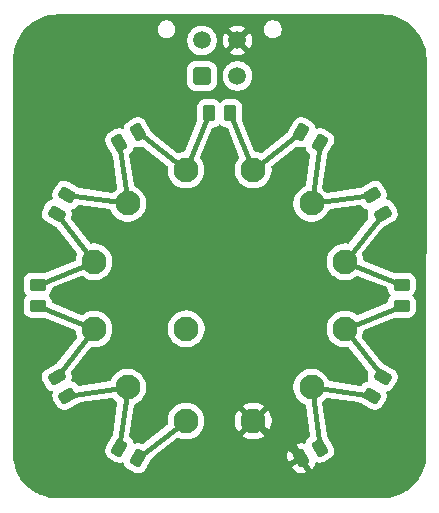
<source format=gbr>
%TF.GenerationSoftware,KiCad,Pcbnew,9.0.4*%
%TF.CreationDate,2026-01-27T14:42:30+00:00*%
%TF.ProjectId,rotary-switch,726f7461-7279-42d7-9377-697463682e6b,rev?*%
%TF.SameCoordinates,Original*%
%TF.FileFunction,Copper,L1,Top*%
%TF.FilePolarity,Positive*%
%FSLAX46Y46*%
G04 Gerber Fmt 4.6, Leading zero omitted, Abs format (unit mm)*
G04 Created by KiCad (PCBNEW 9.0.4) date 2026-01-27 14:42:30*
%MOMM*%
%LPD*%
G01*
G04 APERTURE LIST*
G04 Aperture macros list*
%AMRoundRect*
0 Rectangle with rounded corners*
0 $1 Rounding radius*
0 $2 $3 $4 $5 $6 $7 $8 $9 X,Y pos of 4 corners*
0 Add a 4 corners polygon primitive as box body*
4,1,4,$2,$3,$4,$5,$6,$7,$8,$9,$2,$3,0*
0 Add four circle primitives for the rounded corners*
1,1,$1+$1,$2,$3*
1,1,$1+$1,$4,$5*
1,1,$1+$1,$6,$7*
1,1,$1+$1,$8,$9*
0 Add four rect primitives between the rounded corners*
20,1,$1+$1,$2,$3,$4,$5,0*
20,1,$1+$1,$4,$5,$6,$7,0*
20,1,$1+$1,$6,$7,$8,$9,0*
20,1,$1+$1,$8,$9,$2,$3,0*%
G04 Aperture macros list end*
%TA.AperFunction,ComponentPad*%
%ADD10C,5.600000*%
%TD*%
%TA.AperFunction,SMDPad,CuDef*%
%ADD11RoundRect,0.250000X0.450000X-0.262500X0.450000X0.262500X-0.450000X0.262500X-0.450000X-0.262500X0*%
%TD*%
%TA.AperFunction,SMDPad,CuDef*%
%ADD12RoundRect,0.250000X0.002332X0.520961X-0.452332X0.258461X-0.002332X-0.520961X0.452332X-0.258461X0*%
%TD*%
%TA.AperFunction,ComponentPad*%
%ADD13C,2.100000*%
%TD*%
%TA.AperFunction,SMDPad,CuDef*%
%ADD14RoundRect,0.250000X-0.520961X0.002332X-0.258461X-0.452332X0.520961X-0.002332X0.258461X0.452332X0*%
%TD*%
%TA.AperFunction,SMDPad,CuDef*%
%ADD15RoundRect,0.250000X0.520961X-0.002332X0.258461X0.452332X-0.520961X0.002332X-0.258461X-0.452332X0*%
%TD*%
%TA.AperFunction,SMDPad,CuDef*%
%ADD16RoundRect,0.250000X-0.258461X0.452332X-0.520961X-0.002332X0.258461X-0.452332X0.520961X0.002332X0*%
%TD*%
%TA.AperFunction,SMDPad,CuDef*%
%ADD17RoundRect,0.250000X0.258461X-0.452332X0.520961X0.002332X-0.258461X0.452332X-0.520961X-0.002332X0*%
%TD*%
%TA.AperFunction,SMDPad,CuDef*%
%ADD18RoundRect,0.250000X-0.262500X-0.450000X0.262500X-0.450000X0.262500X0.450000X-0.262500X0.450000X0*%
%TD*%
%TA.AperFunction,SMDPad,CuDef*%
%ADD19RoundRect,0.250000X0.452332X0.258461X-0.002332X0.520961X-0.452332X-0.258461X0.002332X-0.520961X0*%
%TD*%
%TA.AperFunction,SMDPad,CuDef*%
%ADD20RoundRect,0.250000X-0.452332X-0.258461X0.002332X-0.520961X0.452332X0.258461X-0.002332X0.520961X0*%
%TD*%
%TA.AperFunction,SMDPad,CuDef*%
%ADD21RoundRect,0.250000X-0.450000X0.262500X-0.450000X-0.262500X0.450000X-0.262500X0.450000X0.262500X0*%
%TD*%
%TA.AperFunction,SMDPad,CuDef*%
%ADD22RoundRect,0.250000X-0.002332X-0.520961X0.452332X-0.258461X0.002332X0.520961X-0.452332X0.258461X0*%
%TD*%
%TA.AperFunction,ComponentPad*%
%ADD23RoundRect,0.250001X-0.499999X-0.499999X0.499999X-0.499999X0.499999X0.499999X-0.499999X0.499999X0*%
%TD*%
%TA.AperFunction,ComponentPad*%
%ADD24C,1.500000*%
%TD*%
%TA.AperFunction,Conductor*%
%ADD25C,0.400000*%
%TD*%
G04 APERTURE END LIST*
D10*
%TO.P,H2,1,1*%
%TO.N,GND*%
X124917220Y-37257780D03*
%TD*%
D11*
%TO.P,R3,1*%
%TO.N,Net-(R2-Pad2)*%
X95787999Y-58162494D03*
%TO.P,R3,2*%
%TO.N,Net-(R3-Pad2)*%
X95787997Y-56337494D03*
%TD*%
D12*
%TO.P,R11,1*%
%TO.N,Net-(R10-Pad2)*%
X119687246Y-70135737D03*
%TO.P,R11,2*%
%TO.N,GND*%
X118106750Y-71048239D03*
%TD*%
D13*
%TO.P,SW1,1,1*%
%TO.N,+3V3*%
X108347000Y-67875000D03*
%TO.P,SW1,2,2*%
%TO.N,Net-(R1-Pad2)*%
X103416000Y-65028000D03*
%TO.P,SW1,3,3*%
%TO.N,Net-(R2-Pad2)*%
X100569000Y-60097000D03*
%TO.P,SW1,4,4*%
%TO.N,Net-(R3-Pad2)*%
X100569000Y-54403000D03*
%TO.P,SW1,5,5*%
%TO.N,Net-(R4-Pad2)*%
X103416000Y-49472000D03*
%TO.P,SW1,6,6*%
%TO.N,Net-(R5-Pad2)*%
X108347000Y-46625000D03*
%TO.P,SW1,7,7*%
%TO.N,Net-(R6-Pad2)*%
X114041000Y-46625000D03*
%TO.P,SW1,8,8*%
%TO.N,Net-(R7-Pad2)*%
X118972000Y-49472000D03*
%TO.P,SW1,9,9*%
%TO.N,Net-(R8-Pad2)*%
X121819000Y-54403000D03*
%TO.P,SW1,10,10*%
%TO.N,Net-(R10-Pad1)*%
X121819000Y-60097000D03*
%TO.P,SW1,11,11*%
%TO.N,Net-(R10-Pad2)*%
X118972000Y-65028000D03*
%TO.P,SW1,12,12*%
%TO.N,GND*%
X114041000Y-67875000D03*
%TO.P,SW1,13,13*%
%TO.N,/Output*%
X108366000Y-60078000D03*
%TD*%
D14*
%TO.P,R8,1*%
%TO.N,Net-(R7-Pad2)*%
X124079735Y-48756754D03*
%TO.P,R8,2*%
%TO.N,Net-(R8-Pad2)*%
X124992241Y-50337248D03*
%TD*%
D10*
%TO.P,H4,1,1*%
%TO.N,GND*%
X124892220Y-70632780D03*
%TD*%
%TO.P,H1,1,1*%
%TO.N,GND*%
X97517220Y-37257780D03*
%TD*%
D15*
%TO.P,R2,1*%
%TO.N,Net-(R1-Pad2)*%
X98308260Y-65743249D03*
%TO.P,R2,2*%
%TO.N,Net-(R2-Pad2)*%
X97395760Y-64162755D03*
%TD*%
D10*
%TO.P,H3,1,1*%
%TO.N,GND*%
X97517220Y-70632780D03*
%TD*%
D16*
%TO.P,R10,1*%
%TO.N,Net-(R10-Pad1)*%
X124992235Y-64162756D03*
%TO.P,R10,2*%
%TO.N,Net-(R10-Pad2)*%
X124079737Y-65743248D03*
%TD*%
D17*
%TO.P,R4,1*%
%TO.N,Net-(R3-Pad2)*%
X97395765Y-50337239D03*
%TO.P,R4,2*%
%TO.N,Net-(R4-Pad2)*%
X98308263Y-48756747D03*
%TD*%
D18*
%TO.P,R6,1*%
%TO.N,Net-(R5-Pad2)*%
X110281505Y-41843999D03*
%TO.P,R6,2*%
%TO.N,Net-(R6-Pad2)*%
X112106507Y-41843999D03*
%TD*%
D19*
%TO.P,R1,1*%
%TO.N,+3V3*%
X104281248Y-71048236D03*
%TO.P,R1,2*%
%TO.N,Net-(R1-Pad2)*%
X102700752Y-70135738D03*
%TD*%
D20*
%TO.P,R7,1*%
%TO.N,Net-(R6-Pad2)*%
X118106749Y-43451765D03*
%TO.P,R7,2*%
%TO.N,Net-(R7-Pad2)*%
X119687251Y-44364261D03*
%TD*%
D21*
%TO.P,R9,1*%
%TO.N,Net-(R8-Pad2)*%
X126599998Y-56337506D03*
%TO.P,R9,2*%
%TO.N,Net-(R10-Pad1)*%
X126600002Y-58162494D03*
%TD*%
D22*
%TO.P,R5,1*%
%TO.N,Net-(R4-Pad2)*%
X102700758Y-44364258D03*
%TO.P,R5,2*%
%TO.N,Net-(R5-Pad2)*%
X104281252Y-43451758D03*
%TD*%
D23*
%TO.P,J1,1,Pin_1*%
%TO.N,+GLV*%
X109693997Y-38670000D03*
D24*
%TO.P,J1,2,Pin_2*%
%TO.N,/Output*%
X112694003Y-38670010D03*
%TO.P,J1,3,Pin_3*%
%TO.N,unconnected-(J1-Pin_3-Pad3)*%
X109694007Y-35669994D03*
%TO.P,J1,4,Pin_4*%
%TO.N,GND*%
X112694001Y-35670002D03*
%TD*%
D25*
%TO.N,+GLV*%
X109693997Y-38670000D02*
X109510014Y-38670000D01*
%TO.N,GND*%
X114067124Y-67863382D02*
X118132876Y-71036618D01*
%TO.N,/Output*%
X112701524Y-38662489D02*
X112694003Y-38670010D01*
%TO.N,Net-(R1-Pad2)*%
X98308261Y-65743249D02*
X103416000Y-65028000D01*
X103416000Y-65028000D02*
X102700752Y-70135738D01*
%TO.N,Net-(R2-Pad2)*%
X95787999Y-58162494D02*
X100569000Y-60097000D01*
X97395759Y-64162755D02*
X100569000Y-60097000D01*
%TO.N,Net-(R3-Pad2)*%
X95787997Y-56337494D02*
X100569000Y-54403000D01*
X97395765Y-50337240D02*
X100569000Y-54403000D01*
%TO.N,Net-(R4-Pad2)*%
X102700758Y-44364258D02*
X103416000Y-49472000D01*
X98308263Y-48756746D02*
X103416000Y-49472000D01*
%TO.N,Net-(R5-Pad2)*%
X104281252Y-43451758D02*
X108347000Y-46625000D01*
X108347000Y-46625000D02*
X110281505Y-41843999D01*
%TO.N,Net-(R6-Pad2)*%
X112106507Y-41843999D02*
X114041000Y-46625000D01*
X118106750Y-43451765D02*
X114041000Y-46625000D01*
%TO.N,Net-(R7-Pad2)*%
X119687250Y-44364261D02*
X118972000Y-49472000D01*
X124079735Y-48756754D02*
X118972000Y-49472000D01*
%TO.N,Net-(R8-Pad2)*%
X126599998Y-56337506D02*
X121819000Y-54403000D01*
X124992241Y-50337248D02*
X121819000Y-54403000D01*
%TO.N,Net-(R10-Pad1)*%
X124992235Y-64162755D02*
X121819000Y-60097000D01*
X126600002Y-58162494D02*
X121819000Y-60097000D01*
%TO.N,Net-(R10-Pad2)*%
X119687246Y-70135737D02*
X118972000Y-65028000D01*
X124079737Y-65743249D02*
X118972000Y-65028000D01*
%TO.N,+3V3*%
X103999998Y-71329486D02*
X104281248Y-71048236D01*
X104357022Y-71124010D02*
X104281248Y-71048236D01*
X108347000Y-67875000D02*
X104281248Y-71048236D01*
%TD*%
%TA.AperFunction,Conductor*%
%TO.N,GND*%
G36*
X124920250Y-33458428D02*
G01*
X125283552Y-33476278D01*
X125295660Y-33477471D01*
X125652436Y-33530395D01*
X125664372Y-33532769D01*
X126014264Y-33620413D01*
X126025877Y-33623937D01*
X126365495Y-33745455D01*
X126376723Y-33750107D01*
X126702784Y-33904324D01*
X126713513Y-33910058D01*
X126957095Y-34056056D01*
X127022874Y-34095482D01*
X127032992Y-34102242D01*
X127322703Y-34317107D01*
X127332109Y-34324827D01*
X127599359Y-34567049D01*
X127607950Y-34575640D01*
X127698937Y-34676028D01*
X127850172Y-34842890D01*
X127857892Y-34852296D01*
X128072757Y-35142007D01*
X128079517Y-35152125D01*
X128264939Y-35461483D01*
X128270675Y-35472215D01*
X128424892Y-35798276D01*
X128429547Y-35809514D01*
X128506133Y-36023555D01*
X128551057Y-36149106D01*
X128554590Y-36160751D01*
X128642230Y-36510628D01*
X128644604Y-36522563D01*
X128697528Y-36879339D01*
X128698721Y-36891449D01*
X128716569Y-37254716D01*
X128716718Y-37260859D01*
X128701193Y-70568129D01*
X128701189Y-70576218D01*
X128701161Y-70576326D01*
X128701161Y-70639114D01*
X128701161Y-70639210D01*
X128701159Y-70639215D01*
X128701012Y-70645239D01*
X128683162Y-71008548D01*
X128681969Y-71020658D01*
X128629044Y-71377432D01*
X128626670Y-71389367D01*
X128539030Y-71739241D01*
X128535497Y-71750886D01*
X128413988Y-72090475D01*
X128409331Y-72101718D01*
X128255118Y-72427768D01*
X128249382Y-72438499D01*
X128063953Y-72747864D01*
X128057192Y-72757982D01*
X127842337Y-73047677D01*
X127834617Y-73057084D01*
X127592397Y-73324329D01*
X127583800Y-73332926D01*
X127325141Y-73567359D01*
X127316544Y-73575151D01*
X127307137Y-73582870D01*
X127017440Y-73797720D01*
X127007322Y-73804481D01*
X126697950Y-73989908D01*
X126687218Y-73995644D01*
X126361170Y-74149850D01*
X126349927Y-74154507D01*
X126010327Y-74276015D01*
X125998683Y-74279547D01*
X125648817Y-74367181D01*
X125636881Y-74369555D01*
X125280108Y-74422474D01*
X125267998Y-74423667D01*
X124903483Y-74441571D01*
X124897402Y-74441720D01*
X124865824Y-74441720D01*
X124835773Y-74441720D01*
X124835769Y-74441720D01*
X124828165Y-74441721D01*
X124828164Y-74441720D01*
X124828163Y-74441721D01*
X97485833Y-74441721D01*
X97479748Y-74441572D01*
X97116448Y-74423722D01*
X97104338Y-74422529D01*
X96747563Y-74369605D01*
X96735628Y-74367231D01*
X96385750Y-74279591D01*
X96374108Y-74276059D01*
X96034515Y-74154548D01*
X96023280Y-74149895D01*
X95860245Y-74072785D01*
X95697214Y-73995677D01*
X95686482Y-73989940D01*
X95377124Y-73804518D01*
X95367006Y-73797758D01*
X95077296Y-73582893D01*
X95067890Y-73575173D01*
X95025264Y-73536539D01*
X94800638Y-73332950D01*
X94792049Y-73324361D01*
X94549826Y-73057109D01*
X94542106Y-73047703D01*
X94327241Y-72757993D01*
X94320481Y-72747875D01*
X94320474Y-72747864D01*
X94135057Y-72438514D01*
X94129322Y-72427785D01*
X94129314Y-72427768D01*
X93975099Y-72101709D01*
X93970454Y-72090495D01*
X93848936Y-71750878D01*
X93845412Y-71739265D01*
X93757767Y-71389367D01*
X93755394Y-71377436D01*
X93717461Y-71121719D01*
X93702470Y-71020658D01*
X93701277Y-71008551D01*
X93698826Y-70958657D01*
X93683430Y-70645318D01*
X93683282Y-70639114D01*
X93683422Y-70503709D01*
X93698359Y-56024977D01*
X94587497Y-56024977D01*
X94587497Y-56649995D01*
X94587498Y-56650013D01*
X94597997Y-56752790D01*
X94597998Y-56752793D01*
X94653182Y-56919325D01*
X94653184Y-56919330D01*
X94745286Y-57068651D01*
X94838949Y-57162314D01*
X94872434Y-57223637D01*
X94867450Y-57293329D01*
X94838949Y-57337676D01*
X94745288Y-57431336D01*
X94653186Y-57580657D01*
X94653185Y-57580660D01*
X94598000Y-57747197D01*
X94598000Y-57747198D01*
X94597999Y-57747198D01*
X94587499Y-57849977D01*
X94587499Y-58474995D01*
X94587500Y-58475013D01*
X94597999Y-58577790D01*
X94598000Y-58577793D01*
X94653184Y-58744325D01*
X94653185Y-58744328D01*
X94745287Y-58893650D01*
X94869343Y-59017706D01*
X95018665Y-59109808D01*
X95185202Y-59164993D01*
X95287990Y-59175494D01*
X96288007Y-59175493D01*
X96365967Y-59167529D01*
X96425076Y-59175939D01*
X98954567Y-60199431D01*
X99009328Y-60242824D01*
X99030529Y-60294979D01*
X99056678Y-60460073D01*
X99132096Y-60692186D01*
X99133486Y-60695541D01*
X99140950Y-60765011D01*
X99116674Y-60819280D01*
X97440782Y-62966537D01*
X97393795Y-63003376D01*
X97322299Y-63035458D01*
X97322274Y-63035470D01*
X96456252Y-63535469D01*
X96456247Y-63535471D01*
X96372474Y-63595963D01*
X96372468Y-63595968D01*
X96255841Y-63727021D01*
X96172576Y-63881444D01*
X96127166Y-64050912D01*
X96122064Y-64226281D01*
X96157542Y-64398097D01*
X96199836Y-64492351D01*
X96199845Y-64492370D01*
X96512344Y-65033632D01*
X96512346Y-65033637D01*
X96512350Y-65033643D01*
X96512351Y-65033644D01*
X96572839Y-65117412D01*
X96703899Y-65234045D01*
X96858323Y-65317311D01*
X96858325Y-65317311D01*
X96858326Y-65317312D01*
X96858330Y-65317313D01*
X96986268Y-65351593D01*
X97045928Y-65387957D01*
X97076458Y-65450804D01*
X97073950Y-65503462D01*
X97039666Y-65631406D01*
X97034564Y-65806775D01*
X97070042Y-65978591D01*
X97112336Y-66072845D01*
X97112345Y-66072864D01*
X97424844Y-66614126D01*
X97424846Y-66614131D01*
X97424850Y-66614137D01*
X97424851Y-66614138D01*
X97485339Y-66697906D01*
X97616399Y-66814539D01*
X97770823Y-66897805D01*
X97770825Y-66897805D01*
X97770826Y-66897806D01*
X97826920Y-66912836D01*
X97940287Y-66943212D01*
X98115654Y-66948314D01*
X98115654Y-66948313D01*
X98115656Y-66948314D01*
X98165871Y-66937944D01*
X98287472Y-66912837D01*
X98381740Y-66870537D01*
X99247779Y-66370528D01*
X99311338Y-66324631D01*
X99366729Y-66302362D01*
X102069165Y-65923934D01*
X102138284Y-65934132D01*
X102186677Y-65973851D01*
X102233339Y-66038076D01*
X102233343Y-66038081D01*
X102233345Y-66038083D01*
X102405917Y-66210655D01*
X102470149Y-66257322D01*
X102512813Y-66312651D01*
X102520064Y-66374835D01*
X102141637Y-69077267D01*
X102119366Y-69132663D01*
X102073468Y-69196224D01*
X102073466Y-69196228D01*
X101573467Y-70062254D01*
X101573457Y-70062274D01*
X101531164Y-70156525D01*
X101495686Y-70328341D01*
X101500788Y-70503710D01*
X101546194Y-70673171D01*
X101629463Y-70827602D01*
X101746089Y-70958654D01*
X101746093Y-70958658D01*
X101807791Y-71003210D01*
X101829861Y-71019147D01*
X102371142Y-71331655D01*
X102465410Y-71373956D01*
X102637228Y-71409433D01*
X102812596Y-71404331D01*
X102940543Y-71370047D01*
X103010390Y-71371710D01*
X103068253Y-71410872D01*
X103092410Y-71457729D01*
X103126690Y-71585669D01*
X103209959Y-71740100D01*
X103326585Y-71871152D01*
X103326589Y-71871156D01*
X103409777Y-71931226D01*
X103410357Y-71931645D01*
X103951638Y-72244153D01*
X104045906Y-72286454D01*
X104217724Y-72321931D01*
X104393092Y-72316829D01*
X104562555Y-72271421D01*
X104716979Y-72188156D01*
X104848039Y-72071523D01*
X104848040Y-72071521D01*
X104848041Y-72071521D01*
X104875522Y-72033462D01*
X104908527Y-71987756D01*
X105012953Y-71806883D01*
X105033675Y-71770993D01*
X117354899Y-71770993D01*
X117354899Y-71770994D01*
X117479882Y-71987470D01*
X117479884Y-71987475D01*
X117540336Y-72071193D01*
X117671307Y-72187746D01*
X117825633Y-72270958D01*
X117994979Y-72316334D01*
X118170232Y-72321433D01*
X118341931Y-72285979D01*
X118436130Y-72243710D01*
X118436135Y-72243708D01*
X118490242Y-72212468D01*
X118015243Y-71389744D01*
X118015242Y-71389744D01*
X117354899Y-71770993D01*
X105033675Y-71770993D01*
X105059356Y-71726513D01*
X105214613Y-71457599D01*
X105408535Y-71121716D01*
X105440628Y-71050197D01*
X105477465Y-71003211D01*
X105666605Y-70855591D01*
X116902185Y-70855591D01*
X116937639Y-71027292D01*
X116979909Y-71121492D01*
X116979915Y-71121504D01*
X117104898Y-71337981D01*
X117104899Y-71337981D01*
X117765243Y-70956732D01*
X117765243Y-70956731D01*
X117290244Y-70134008D01*
X117290244Y-70134007D01*
X117236137Y-70165247D01*
X117236133Y-70165250D01*
X117152430Y-70225692D01*
X117152426Y-70225695D01*
X117035872Y-70356666D01*
X116952660Y-70510992D01*
X116907284Y-70680338D01*
X116902185Y-70855591D01*
X105666605Y-70855591D01*
X107624719Y-69327323D01*
X107689678Y-69301595D01*
X107748471Y-69310518D01*
X107751801Y-69311897D01*
X107751815Y-69311904D01*
X107983924Y-69387321D01*
X108224973Y-69425500D01*
X108224974Y-69425500D01*
X108469026Y-69425500D01*
X108469027Y-69425500D01*
X108710076Y-69387321D01*
X108942185Y-69311904D01*
X109159639Y-69201106D01*
X109357083Y-69057655D01*
X109529655Y-68885083D01*
X109673106Y-68687639D01*
X109783904Y-68470185D01*
X109859321Y-68238076D01*
X109897500Y-67997027D01*
X109897500Y-67753006D01*
X112491000Y-67753006D01*
X112491000Y-67996993D01*
X112529165Y-68237959D01*
X112604560Y-68469998D01*
X112715323Y-68687380D01*
X112782543Y-68779901D01*
X112782544Y-68779902D01*
X113401690Y-68160756D01*
X113420668Y-68206574D01*
X113497274Y-68321224D01*
X113594776Y-68418726D01*
X113709426Y-68495332D01*
X113755242Y-68514309D01*
X113136096Y-69133454D01*
X113136097Y-69133456D01*
X113228619Y-69200676D01*
X113446001Y-69311439D01*
X113678040Y-69386834D01*
X113919007Y-69425000D01*
X114162993Y-69425000D01*
X114403959Y-69386834D01*
X114635998Y-69311439D01*
X114853377Y-69200678D01*
X114945901Y-69133454D01*
X114945902Y-69133454D01*
X114326757Y-68514309D01*
X114372574Y-68495332D01*
X114487224Y-68418726D01*
X114584726Y-68321224D01*
X114661332Y-68206574D01*
X114680309Y-68160757D01*
X115299454Y-68779902D01*
X115299454Y-68779901D01*
X115366678Y-68687377D01*
X115477439Y-68469998D01*
X115552834Y-68237959D01*
X115591000Y-67996993D01*
X115591000Y-67753006D01*
X115552834Y-67512040D01*
X115477439Y-67280001D01*
X115366676Y-67062619D01*
X115299456Y-66970097D01*
X115299454Y-66970096D01*
X114680309Y-67589241D01*
X114661332Y-67543426D01*
X114584726Y-67428776D01*
X114487224Y-67331274D01*
X114372574Y-67254668D01*
X114326756Y-67235689D01*
X114945902Y-66616544D01*
X114945901Y-66616543D01*
X114853380Y-66549323D01*
X114635998Y-66438560D01*
X114403959Y-66363165D01*
X114162993Y-66325000D01*
X113919007Y-66325000D01*
X113678040Y-66363165D01*
X113446001Y-66438560D01*
X113228626Y-66549319D01*
X113136097Y-66616544D01*
X113755243Y-67235689D01*
X113709426Y-67254668D01*
X113594776Y-67331274D01*
X113497274Y-67428776D01*
X113420668Y-67543426D01*
X113401690Y-67589243D01*
X112782544Y-66970097D01*
X112715319Y-67062626D01*
X112604560Y-67280001D01*
X112529165Y-67512040D01*
X112491000Y-67753006D01*
X109897500Y-67753006D01*
X109897500Y-67752973D01*
X109859321Y-67511924D01*
X109783904Y-67279815D01*
X109673106Y-67062361D01*
X109654779Y-67037136D01*
X109529660Y-66864923D01*
X109529656Y-66864918D01*
X109357081Y-66692343D01*
X109357076Y-66692339D01*
X109159642Y-66548896D01*
X109159641Y-66548895D01*
X109159639Y-66548894D01*
X108942185Y-66438096D01*
X108710076Y-66362679D01*
X108710074Y-66362678D01*
X108710072Y-66362678D01*
X108541769Y-66336021D01*
X108469027Y-66324500D01*
X108224973Y-66324500D01*
X108169093Y-66333350D01*
X107983927Y-66362678D01*
X107751812Y-66438097D01*
X107534357Y-66548896D01*
X107336923Y-66692339D01*
X107336918Y-66692343D01*
X107164343Y-66864918D01*
X107164339Y-66864923D01*
X107020896Y-67062357D01*
X106910097Y-67279812D01*
X106834678Y-67511927D01*
X106796500Y-67752973D01*
X106796500Y-67997033D01*
X106813188Y-68102400D01*
X106804233Y-68171693D01*
X106767008Y-68219549D01*
X104710482Y-69824627D01*
X104645522Y-69850356D01*
X104583424Y-69840007D01*
X104516594Y-69810019D01*
X104516591Y-69810018D01*
X104344772Y-69774540D01*
X104169403Y-69779642D01*
X104041457Y-69813926D01*
X103971607Y-69812263D01*
X103913745Y-69773100D01*
X103889589Y-69726243D01*
X103855309Y-69598305D01*
X103855308Y-69598301D01*
X103772042Y-69443877D01*
X103772040Y-69443873D01*
X103655414Y-69312821D01*
X103655411Y-69312819D01*
X103655410Y-69312818D01*
X103655409Y-69312817D01*
X103596019Y-69269931D01*
X103553193Y-69214726D01*
X103545811Y-69152208D01*
X103907125Y-66571996D01*
X103935916Y-66508337D01*
X103991608Y-66471264D01*
X104011185Y-66464904D01*
X104228639Y-66354106D01*
X104426083Y-66210655D01*
X104598655Y-66038083D01*
X104742106Y-65840639D01*
X104852904Y-65623185D01*
X104928321Y-65391076D01*
X104966500Y-65150027D01*
X104966500Y-64905973D01*
X104928321Y-64664924D01*
X104852904Y-64432815D01*
X104742106Y-64215361D01*
X104657733Y-64099231D01*
X104598660Y-64017923D01*
X104598656Y-64017918D01*
X104426081Y-63845343D01*
X104426076Y-63845339D01*
X104228642Y-63701896D01*
X104228641Y-63701895D01*
X104228639Y-63701894D01*
X104011185Y-63591096D01*
X103779076Y-63515679D01*
X103779074Y-63515678D01*
X103779072Y-63515678D01*
X103610769Y-63489021D01*
X103538027Y-63477500D01*
X103293973Y-63477500D01*
X103238093Y-63486350D01*
X103052927Y-63515678D01*
X102820812Y-63591097D01*
X102603357Y-63701896D01*
X102405923Y-63845339D01*
X102405918Y-63845343D01*
X102233343Y-64017918D01*
X102233339Y-64017923D01*
X102089896Y-64215357D01*
X101979096Y-64432813D01*
X101972734Y-64452394D01*
X101933295Y-64510069D01*
X101872000Y-64536875D01*
X99291790Y-64898188D01*
X99222669Y-64887990D01*
X99174064Y-64847979D01*
X99131183Y-64788595D01*
X99131180Y-64788591D01*
X99000121Y-64671959D01*
X98845693Y-64588691D01*
X98717751Y-64554410D01*
X98658090Y-64518045D01*
X98627561Y-64455198D01*
X98630069Y-64402544D01*
X98664353Y-64274599D01*
X98669455Y-64099231D01*
X98669455Y-64099229D01*
X98669455Y-64099228D01*
X98653901Y-64023904D01*
X98633978Y-63927413D01*
X98603987Y-63860577D01*
X98594500Y-63791354D01*
X98619366Y-63733520D01*
X100224451Y-61676987D01*
X100281213Y-61636252D01*
X100341594Y-61630809D01*
X100446973Y-61647500D01*
X100446975Y-61647500D01*
X100691026Y-61647500D01*
X100691027Y-61647500D01*
X100932076Y-61609321D01*
X101164185Y-61533904D01*
X101381639Y-61423106D01*
X101579083Y-61279655D01*
X101751655Y-61107083D01*
X101895106Y-60909639D01*
X102005904Y-60692185D01*
X102081321Y-60460076D01*
X102119500Y-60219027D01*
X102119500Y-59974973D01*
X102116491Y-59955973D01*
X106815500Y-59955973D01*
X106815500Y-60200027D01*
X106853679Y-60441076D01*
X106929096Y-60673185D01*
X107003535Y-60819281D01*
X107039896Y-60890642D01*
X107183339Y-61088076D01*
X107183343Y-61088081D01*
X107355918Y-61260656D01*
X107355923Y-61260660D01*
X107528136Y-61385779D01*
X107553361Y-61404106D01*
X107770815Y-61514904D01*
X108002924Y-61590321D01*
X108243973Y-61628500D01*
X108243974Y-61628500D01*
X108488026Y-61628500D01*
X108488027Y-61628500D01*
X108729076Y-61590321D01*
X108961185Y-61514904D01*
X109178639Y-61404106D01*
X109376083Y-61260655D01*
X109548655Y-61088083D01*
X109692106Y-60890639D01*
X109802904Y-60673185D01*
X109878321Y-60441076D01*
X109916500Y-60200027D01*
X109916500Y-59955973D01*
X109878321Y-59714924D01*
X109802904Y-59482815D01*
X109692106Y-59265361D01*
X109626814Y-59175494D01*
X109548660Y-59067923D01*
X109548656Y-59067918D01*
X109376081Y-58895343D01*
X109376076Y-58895339D01*
X109178642Y-58751896D01*
X109178641Y-58751895D01*
X109178639Y-58751894D01*
X108961185Y-58641096D01*
X108729076Y-58565679D01*
X108729074Y-58565678D01*
X108729072Y-58565678D01*
X108560769Y-58539021D01*
X108488027Y-58527500D01*
X108243973Y-58527500D01*
X108188093Y-58536350D01*
X108002927Y-58565678D01*
X107770812Y-58641097D01*
X107553357Y-58751896D01*
X107355923Y-58895339D01*
X107355918Y-58895343D01*
X107183343Y-59067918D01*
X107183339Y-59067923D01*
X107039896Y-59265357D01*
X106929097Y-59482812D01*
X106929096Y-59482814D01*
X106929096Y-59482815D01*
X106922923Y-59501815D01*
X106853678Y-59714927D01*
X106850669Y-59733927D01*
X106815500Y-59955973D01*
X102116491Y-59955973D01*
X102081321Y-59733924D01*
X102005904Y-59501815D01*
X101895106Y-59284361D01*
X101816009Y-59175493D01*
X101751660Y-59086923D01*
X101751656Y-59086918D01*
X101579081Y-58914343D01*
X101579076Y-58914339D01*
X101381642Y-58770896D01*
X101381641Y-58770895D01*
X101381639Y-58770894D01*
X101164185Y-58660096D01*
X100932076Y-58584679D01*
X100932074Y-58584678D01*
X100932072Y-58584678D01*
X100763769Y-58558021D01*
X100691027Y-58546500D01*
X100446973Y-58546500D01*
X100391093Y-58555350D01*
X100205927Y-58584678D01*
X99973812Y-58660097D01*
X99756357Y-58770896D01*
X99598397Y-58885660D01*
X99532591Y-58909140D01*
X99479002Y-58900289D01*
X97062291Y-57922431D01*
X97007529Y-57879038D01*
X96985443Y-57820084D01*
X96977998Y-57747197D01*
X96977997Y-57747194D01*
X96922813Y-57580660D01*
X96830711Y-57431338D01*
X96737047Y-57337674D01*
X96703562Y-57276351D01*
X96708546Y-57206659D01*
X96737047Y-57162312D01*
X96830709Y-57068650D01*
X96922811Y-56919328D01*
X96977996Y-56752791D01*
X96985442Y-56679900D01*
X97011838Y-56615210D01*
X97062288Y-56577557D01*
X99478997Y-55599706D01*
X99548524Y-55592809D01*
X99598391Y-55614336D01*
X99756356Y-55729103D01*
X99756358Y-55729104D01*
X99756361Y-55729106D01*
X99973815Y-55839904D01*
X100205924Y-55915321D01*
X100446973Y-55953500D01*
X100446974Y-55953500D01*
X100691026Y-55953500D01*
X100691027Y-55953500D01*
X100932076Y-55915321D01*
X101164185Y-55839904D01*
X101381639Y-55729106D01*
X101579083Y-55585655D01*
X101751655Y-55413083D01*
X101895106Y-55215639D01*
X102005904Y-54998185D01*
X102081321Y-54766076D01*
X102119500Y-54525027D01*
X102119500Y-54280973D01*
X102081321Y-54039924D01*
X102005904Y-53807815D01*
X101895106Y-53590361D01*
X101876779Y-53565136D01*
X101751660Y-53392923D01*
X101751656Y-53392918D01*
X101579081Y-53220343D01*
X101579076Y-53220339D01*
X101381642Y-53076896D01*
X101381641Y-53076895D01*
X101381639Y-53076894D01*
X101164185Y-52966096D01*
X100932076Y-52890679D01*
X100932074Y-52890678D01*
X100932072Y-52890678D01*
X100739850Y-52860233D01*
X100691027Y-52852500D01*
X100446973Y-52852500D01*
X100446966Y-52852500D01*
X100341600Y-52869188D01*
X100272307Y-52860233D01*
X100224451Y-52823008D01*
X98619372Y-50766474D01*
X98593643Y-50701514D01*
X98603991Y-50639417D01*
X98633983Y-50572581D01*
X98652669Y-50482081D01*
X98669460Y-50400765D01*
X98664358Y-50225396D01*
X98664358Y-50225395D01*
X98630075Y-50097450D01*
X98631738Y-50027603D01*
X98670900Y-49969741D01*
X98717756Y-49945584D01*
X98845700Y-49911303D01*
X99000124Y-49828037D01*
X99000125Y-49828036D01*
X99000127Y-49828035D01*
X99131179Y-49711409D01*
X99131179Y-49711408D01*
X99131184Y-49711404D01*
X99174069Y-49652013D01*
X99229272Y-49609190D01*
X99291790Y-49601807D01*
X101872000Y-49963122D01*
X101935661Y-49991914D01*
X101972733Y-50047603D01*
X101979096Y-50067186D01*
X101996787Y-50101906D01*
X102084326Y-50273712D01*
X102089896Y-50284642D01*
X102233339Y-50482076D01*
X102233343Y-50482081D01*
X102405918Y-50654656D01*
X102405923Y-50654660D01*
X102568779Y-50772981D01*
X102603361Y-50798106D01*
X102820815Y-50908904D01*
X103052924Y-50984321D01*
X103293973Y-51022500D01*
X103293974Y-51022500D01*
X103538026Y-51022500D01*
X103538027Y-51022500D01*
X103779076Y-50984321D01*
X104011185Y-50908904D01*
X104228639Y-50798106D01*
X104426083Y-50654655D01*
X104598655Y-50482083D01*
X104742106Y-50284639D01*
X104852904Y-50067185D01*
X104928321Y-49835076D01*
X104966500Y-49594027D01*
X104966500Y-49349973D01*
X104928321Y-49108924D01*
X104852904Y-48876815D01*
X104742106Y-48659361D01*
X104674179Y-48565867D01*
X104598660Y-48461923D01*
X104598656Y-48461918D01*
X104426081Y-48289343D01*
X104426076Y-48289339D01*
X104228642Y-48145896D01*
X104228641Y-48145895D01*
X104228639Y-48145894D01*
X104011185Y-48035096D01*
X103991604Y-48028733D01*
X103933931Y-47989294D01*
X103907127Y-47928002D01*
X103545817Y-45347787D01*
X103556015Y-45278668D01*
X103596026Y-45230063D01*
X103655415Y-45187179D01*
X103772048Y-45056119D01*
X103855314Y-44901695D01*
X103889596Y-44773747D01*
X103925960Y-44714089D01*
X103988807Y-44683559D01*
X104041463Y-44686067D01*
X104169408Y-44720351D01*
X104344776Y-44725453D01*
X104344776Y-44725452D01*
X104344778Y-44725453D01*
X104399813Y-44714089D01*
X104516594Y-44689976D01*
X104583425Y-44659986D01*
X104652648Y-44650500D01*
X104710484Y-44675368D01*
X106767010Y-46280447D01*
X106807747Y-46337211D01*
X106813190Y-46397596D01*
X106796500Y-46502973D01*
X106796500Y-46747026D01*
X106834678Y-46988072D01*
X106910097Y-47220187D01*
X107020896Y-47437642D01*
X107164339Y-47635076D01*
X107164343Y-47635081D01*
X107336918Y-47807656D01*
X107336923Y-47807660D01*
X107444564Y-47885865D01*
X107534361Y-47951106D01*
X107751815Y-48061904D01*
X107983924Y-48137321D01*
X108224973Y-48175500D01*
X108224974Y-48175500D01*
X108469026Y-48175500D01*
X108469027Y-48175500D01*
X108710076Y-48137321D01*
X108942185Y-48061904D01*
X109159639Y-47951106D01*
X109357083Y-47807655D01*
X109529655Y-47635083D01*
X109673106Y-47437639D01*
X109783904Y-47220185D01*
X109859321Y-46988076D01*
X109897500Y-46747027D01*
X109897500Y-46502973D01*
X109859321Y-46261924D01*
X109783904Y-46029815D01*
X109673106Y-45812361D01*
X109558337Y-45654394D01*
X109534857Y-45588588D01*
X109543707Y-45535003D01*
X110521567Y-43118289D01*
X110564959Y-43063529D01*
X110623910Y-43041443D01*
X110696802Y-43033998D01*
X110863339Y-42978813D01*
X111012661Y-42886711D01*
X111106325Y-42793047D01*
X111167648Y-42759562D01*
X111237340Y-42764546D01*
X111281687Y-42793047D01*
X111375351Y-42886711D01*
X111524673Y-42978813D01*
X111691210Y-43033998D01*
X111764097Y-43041444D01*
X111828789Y-43067840D01*
X111866442Y-43118292D01*
X112844292Y-45534998D01*
X112851190Y-45604526D01*
X112829663Y-45654393D01*
X112714896Y-45812357D01*
X112604097Y-46029812D01*
X112528678Y-46261927D01*
X112490500Y-46502973D01*
X112490500Y-46747026D01*
X112528678Y-46988072D01*
X112604097Y-47220187D01*
X112714896Y-47437642D01*
X112858339Y-47635076D01*
X112858343Y-47635081D01*
X113030918Y-47807656D01*
X113030923Y-47807660D01*
X113138564Y-47885865D01*
X113228361Y-47951106D01*
X113445815Y-48061904D01*
X113677924Y-48137321D01*
X113918973Y-48175500D01*
X113918974Y-48175500D01*
X114163026Y-48175500D01*
X114163027Y-48175500D01*
X114404076Y-48137321D01*
X114636185Y-48061904D01*
X114853639Y-47951106D01*
X115051083Y-47807655D01*
X115223655Y-47635083D01*
X115367106Y-47437639D01*
X115477904Y-47220185D01*
X115553321Y-46988076D01*
X115591500Y-46747027D01*
X115591500Y-46502973D01*
X115574810Y-46397596D01*
X115583764Y-46328306D01*
X115620990Y-46280449D01*
X115644722Y-46261927D01*
X117677516Y-44675371D01*
X117742474Y-44649644D01*
X117804572Y-44659993D01*
X117871402Y-44689981D01*
X117871404Y-44689981D01*
X117871407Y-44689983D01*
X118043225Y-44725460D01*
X118218593Y-44720358D01*
X118346544Y-44686073D01*
X118416393Y-44687735D01*
X118474256Y-44726896D01*
X118498413Y-44773754D01*
X118532693Y-44901694D01*
X118615962Y-45056125D01*
X118732588Y-45187177D01*
X118732591Y-45187179D01*
X118732594Y-45187182D01*
X118779683Y-45221185D01*
X118791979Y-45230064D01*
X118834806Y-45285270D01*
X118842188Y-45347790D01*
X118480875Y-47928000D01*
X118452083Y-47991662D01*
X118396394Y-48028734D01*
X118376813Y-48035096D01*
X118159357Y-48145896D01*
X117961923Y-48289339D01*
X117961918Y-48289343D01*
X117789343Y-48461918D01*
X117789339Y-48461923D01*
X117645896Y-48659357D01*
X117535097Y-48876812D01*
X117459678Y-49108927D01*
X117447995Y-49182690D01*
X117421500Y-49349973D01*
X117421500Y-49594027D01*
X117426824Y-49627638D01*
X117458563Y-49828035D01*
X117459679Y-49835076D01*
X117535096Y-50067185D01*
X117640326Y-50273712D01*
X117645896Y-50284642D01*
X117789339Y-50482076D01*
X117789343Y-50482081D01*
X117961918Y-50654656D01*
X117961923Y-50654660D01*
X118124779Y-50772981D01*
X118159361Y-50798106D01*
X118376815Y-50908904D01*
X118608924Y-50984321D01*
X118849973Y-51022500D01*
X118849974Y-51022500D01*
X119094026Y-51022500D01*
X119094027Y-51022500D01*
X119335076Y-50984321D01*
X119567185Y-50908904D01*
X119784639Y-50798106D01*
X119982083Y-50654655D01*
X120154655Y-50482083D01*
X120298106Y-50284639D01*
X120408904Y-50067185D01*
X120415263Y-50047611D01*
X120454697Y-49989936D01*
X120515996Y-49963124D01*
X123096205Y-49601813D01*
X123165325Y-49612011D01*
X123213929Y-49652022D01*
X123256814Y-49711411D01*
X123387874Y-49828044D01*
X123542298Y-49911310D01*
X123670247Y-49945593D01*
X123729908Y-49981957D01*
X123760438Y-50044804D01*
X123757930Y-50097461D01*
X123723647Y-50225403D01*
X123718545Y-50400774D01*
X123754023Y-50572590D01*
X123784012Y-50639421D01*
X123793499Y-50708644D01*
X123768632Y-50766480D01*
X122163551Y-52823010D01*
X122106786Y-52863747D01*
X122046401Y-52869189D01*
X121941027Y-52852500D01*
X121696973Y-52852500D01*
X121648150Y-52860233D01*
X121455927Y-52890678D01*
X121223812Y-52966097D01*
X121006357Y-53076896D01*
X120808923Y-53220339D01*
X120808918Y-53220343D01*
X120636343Y-53392918D01*
X120636339Y-53392923D01*
X120492896Y-53590357D01*
X120382097Y-53807812D01*
X120306678Y-54039927D01*
X120268500Y-54280973D01*
X120268500Y-54525026D01*
X120306678Y-54766072D01*
X120382097Y-54998187D01*
X120492896Y-55215642D01*
X120636339Y-55413076D01*
X120636343Y-55413081D01*
X120808918Y-55585656D01*
X120808923Y-55585660D01*
X120848397Y-55614339D01*
X121006361Y-55729106D01*
X121223815Y-55839904D01*
X121455924Y-55915321D01*
X121696973Y-55953500D01*
X121696974Y-55953500D01*
X121941026Y-55953500D01*
X121941027Y-55953500D01*
X122182076Y-55915321D01*
X122414185Y-55839904D01*
X122631639Y-55729106D01*
X122789603Y-55614339D01*
X122855409Y-55590859D01*
X122908998Y-55599710D01*
X123502616Y-55839902D01*
X125325706Y-56577568D01*
X125380467Y-56620960D01*
X125402553Y-56679913D01*
X125409998Y-56752802D01*
X125409999Y-56752805D01*
X125465179Y-56919325D01*
X125465184Y-56919340D01*
X125557279Y-57068651D01*
X125557287Y-57068663D01*
X125650945Y-57162321D01*
X125684430Y-57223644D01*
X125679446Y-57293336D01*
X125650945Y-57337683D01*
X125557291Y-57431336D01*
X125465189Y-57580657D01*
X125465187Y-57580662D01*
X125410003Y-57747198D01*
X125410002Y-57747199D01*
X125402556Y-57820088D01*
X125376160Y-57884780D01*
X125325708Y-57922432D01*
X122908999Y-58900290D01*
X122839471Y-58907188D01*
X122789604Y-58885661D01*
X122631642Y-58770896D01*
X122631641Y-58770895D01*
X122631639Y-58770894D01*
X122414185Y-58660096D01*
X122182076Y-58584679D01*
X122182074Y-58584678D01*
X122182072Y-58584678D01*
X122013769Y-58558021D01*
X121941027Y-58546500D01*
X121696973Y-58546500D01*
X121641093Y-58555350D01*
X121455927Y-58584678D01*
X121223812Y-58660097D01*
X121006357Y-58770896D01*
X120808923Y-58914339D01*
X120808918Y-58914343D01*
X120636343Y-59086918D01*
X120636339Y-59086923D01*
X120492896Y-59284357D01*
X120382097Y-59501812D01*
X120306678Y-59733927D01*
X120268500Y-59974973D01*
X120268500Y-60219026D01*
X120306678Y-60460072D01*
X120306678Y-60460074D01*
X120306679Y-60460076D01*
X120382096Y-60692185D01*
X120446854Y-60819281D01*
X120492896Y-60909642D01*
X120636339Y-61107076D01*
X120636343Y-61107081D01*
X120808918Y-61279656D01*
X120808923Y-61279660D01*
X120980206Y-61404103D01*
X121006361Y-61423106D01*
X121223815Y-61533904D01*
X121455924Y-61609321D01*
X121696973Y-61647500D01*
X121696974Y-61647500D01*
X121941025Y-61647500D01*
X121941027Y-61647500D01*
X122046398Y-61630810D01*
X122115691Y-61639764D01*
X122163548Y-61676990D01*
X123223814Y-63035471D01*
X123743943Y-63701894D01*
X123768627Y-63733520D01*
X123794356Y-63798480D01*
X123784007Y-63860578D01*
X123754018Y-63927409D01*
X123754017Y-63927412D01*
X123718539Y-64099229D01*
X123723641Y-64274598D01*
X123757924Y-64402541D01*
X123756261Y-64472391D01*
X123717099Y-64530254D01*
X123670242Y-64554410D01*
X123542303Y-64588690D01*
X123387872Y-64671959D01*
X123256820Y-64788585D01*
X123256816Y-64788589D01*
X123213931Y-64847979D01*
X123158725Y-64890805D01*
X123096206Y-64898187D01*
X120515999Y-64536875D01*
X120452337Y-64508084D01*
X120415264Y-64452390D01*
X120408904Y-64432815D01*
X120298106Y-64215361D01*
X120213733Y-64099231D01*
X120154660Y-64017923D01*
X120154656Y-64017918D01*
X119982081Y-63845343D01*
X119982076Y-63845339D01*
X119784642Y-63701896D01*
X119784641Y-63701895D01*
X119784639Y-63701894D01*
X119567185Y-63591096D01*
X119335076Y-63515679D01*
X119335074Y-63515678D01*
X119335072Y-63515678D01*
X119166769Y-63489021D01*
X119094027Y-63477500D01*
X118849973Y-63477500D01*
X118794093Y-63486350D01*
X118608927Y-63515678D01*
X118376812Y-63591097D01*
X118159357Y-63701896D01*
X117961923Y-63845339D01*
X117961918Y-63845343D01*
X117789343Y-64017918D01*
X117789339Y-64017923D01*
X117645896Y-64215357D01*
X117535097Y-64432812D01*
X117459678Y-64664927D01*
X117421500Y-64905973D01*
X117421500Y-65150026D01*
X117457251Y-65375750D01*
X117459679Y-65391076D01*
X117535096Y-65623185D01*
X117628639Y-65806775D01*
X117645896Y-65840642D01*
X117789339Y-66038076D01*
X117789343Y-66038081D01*
X117961918Y-66210656D01*
X117961923Y-66210660D01*
X118098708Y-66310039D01*
X118159361Y-66354106D01*
X118376815Y-66464904D01*
X118396387Y-66471263D01*
X118454064Y-66510699D01*
X118480874Y-66571999D01*
X118842185Y-69152206D01*
X118831987Y-69221327D01*
X118791977Y-69269931D01*
X118732594Y-69312811D01*
X118732588Y-69312816D01*
X118615956Y-69443875D01*
X118532688Y-69598303D01*
X118498278Y-69726729D01*
X118461913Y-69786390D01*
X118399066Y-69816919D01*
X118346410Y-69814411D01*
X118218520Y-69780143D01*
X118043267Y-69775044D01*
X117871567Y-69810498D01*
X117871564Y-69810499D01*
X117777374Y-69852765D01*
X117777352Y-69852776D01*
X117723255Y-69884007D01*
X117723255Y-69884008D01*
X118323256Y-70923239D01*
X118923254Y-71962468D01*
X118977367Y-71931226D01*
X119061065Y-71870788D01*
X119061073Y-71870782D01*
X119177627Y-71739811D01*
X119260839Y-71585485D01*
X119295106Y-71457599D01*
X119331471Y-71397938D01*
X119394317Y-71367409D01*
X119446971Y-71369916D01*
X119575402Y-71404330D01*
X119750770Y-71409432D01*
X119750770Y-71409431D01*
X119750772Y-71409432D01*
X119806436Y-71397938D01*
X119922588Y-71373955D01*
X120016855Y-71331655D01*
X120558135Y-71019146D01*
X120641903Y-70958658D01*
X120758536Y-70827598D01*
X120841802Y-70673174D01*
X120887209Y-70503710D01*
X120892311Y-70328343D01*
X120892311Y-70328341D01*
X120892311Y-70328340D01*
X120871116Y-70225695D01*
X120856834Y-70156525D01*
X120814534Y-70062257D01*
X120314525Y-69196218D01*
X120287257Y-69158455D01*
X120268631Y-69132660D01*
X120246360Y-69077266D01*
X119867933Y-66374833D01*
X119878131Y-66305715D01*
X119917849Y-66257322D01*
X119982083Y-66210655D01*
X120154655Y-66038083D01*
X120201321Y-65973850D01*
X120256649Y-65931186D01*
X120318832Y-65923934D01*
X123021267Y-66302362D01*
X123076660Y-66324633D01*
X123129349Y-66362679D01*
X123140220Y-66370529D01*
X123140227Y-66370533D01*
X123147680Y-66374836D01*
X124006257Y-66870535D01*
X124100525Y-66912836D01*
X124272343Y-66948313D01*
X124447710Y-66943211D01*
X124617174Y-66897804D01*
X124771598Y-66814538D01*
X124771599Y-66814537D01*
X124771601Y-66814536D01*
X124902653Y-66697910D01*
X124902657Y-66697906D01*
X124902658Y-66697905D01*
X124963146Y-66614139D01*
X125275654Y-66072858D01*
X125317955Y-65978590D01*
X125346439Y-65840639D01*
X125353432Y-65806774D01*
X125348330Y-65631405D01*
X125346128Y-65623187D01*
X125314047Y-65503459D01*
X125315710Y-65433612D01*
X125354872Y-65375750D01*
X125401728Y-65351593D01*
X125529672Y-65317312D01*
X125684096Y-65234046D01*
X125684097Y-65234045D01*
X125684099Y-65234044D01*
X125815151Y-65117418D01*
X125815155Y-65117414D01*
X125815156Y-65117413D01*
X125875644Y-65033647D01*
X126188152Y-64492366D01*
X126230453Y-64398098D01*
X126265930Y-64226280D01*
X126260828Y-64050912D01*
X126215420Y-63881449D01*
X126132155Y-63727025D01*
X126015522Y-63595965D01*
X126015521Y-63595964D01*
X126015520Y-63595962D01*
X125931761Y-63535481D01*
X125931744Y-63535470D01*
X125065718Y-63035471D01*
X125065715Y-63035469D01*
X125065708Y-63035466D01*
X125065691Y-63035457D01*
X124994199Y-63003377D01*
X124947212Y-62966538D01*
X124947211Y-62966537D01*
X123271323Y-60819279D01*
X123245595Y-60754321D01*
X123254520Y-60695523D01*
X123255893Y-60692204D01*
X123255904Y-60692185D01*
X123331321Y-60460076D01*
X123357470Y-60294979D01*
X123387398Y-60231847D01*
X123433428Y-60199434D01*
X125962928Y-59175939D01*
X126022033Y-59167529D01*
X126099993Y-59175494D01*
X127100010Y-59175493D01*
X127100018Y-59175492D01*
X127100021Y-59175492D01*
X127177973Y-59167529D01*
X127202799Y-59164993D01*
X127369336Y-59109808D01*
X127518658Y-59017706D01*
X127642714Y-58893650D01*
X127734816Y-58744328D01*
X127790001Y-58577791D01*
X127800502Y-58475003D01*
X127800501Y-57849986D01*
X127797446Y-57820084D01*
X127790001Y-57747197D01*
X127790000Y-57747194D01*
X127734816Y-57580660D01*
X127642714Y-57431338D01*
X127549055Y-57337679D01*
X127515570Y-57276356D01*
X127520554Y-57206664D01*
X127549055Y-57162317D01*
X127549060Y-57162312D01*
X127642710Y-57068662D01*
X127734812Y-56919340D01*
X127789997Y-56752803D01*
X127800498Y-56650015D01*
X127800497Y-56024998D01*
X127789997Y-55922209D01*
X127734812Y-55755672D01*
X127642710Y-55606350D01*
X127518654Y-55482294D01*
X127425886Y-55425075D01*
X127369334Y-55390193D01*
X127369329Y-55390191D01*
X127367860Y-55389704D01*
X127202795Y-55335007D01*
X127202793Y-55335006D01*
X127100008Y-55324506D01*
X126099996Y-55324506D01*
X126099973Y-55324508D01*
X126022031Y-55332469D01*
X125962922Y-55324058D01*
X123433432Y-54300567D01*
X123378670Y-54257174D01*
X123357469Y-54205020D01*
X123331321Y-54039924D01*
X123255904Y-53807815D01*
X123255898Y-53807804D01*
X123254516Y-53804465D01*
X123247047Y-53734996D01*
X123271323Y-53680721D01*
X124947214Y-51533466D01*
X124994197Y-51496630D01*
X125065721Y-51464536D01*
X125931760Y-50964527D01*
X126015528Y-50904039D01*
X126132161Y-50772979D01*
X126215426Y-50618555D01*
X126260834Y-50449092D01*
X126265936Y-50273724D01*
X126265935Y-50273723D01*
X126265936Y-50273721D01*
X126250382Y-50198397D01*
X126230459Y-50101906D01*
X126188159Y-50007639D01*
X125875655Y-49466368D01*
X125875654Y-49466365D01*
X125875642Y-49466348D01*
X125815162Y-49382591D01*
X125684102Y-49265958D01*
X125529678Y-49182692D01*
X125529677Y-49182691D01*
X125529674Y-49182690D01*
X125401727Y-49148408D01*
X125342066Y-49112043D01*
X125311537Y-49049196D01*
X125314044Y-48996543D01*
X125348328Y-48868598D01*
X125353430Y-48693230D01*
X125353429Y-48693229D01*
X125353430Y-48693227D01*
X125331370Y-48586392D01*
X125317953Y-48521412D01*
X125275653Y-48427145D01*
X124963149Y-47885874D01*
X124963148Y-47885871D01*
X124963144Y-47885865D01*
X124902656Y-47802097D01*
X124902641Y-47802084D01*
X124771596Y-47685464D01*
X124617168Y-47602196D01*
X124447707Y-47556790D01*
X124272338Y-47551688D01*
X124100522Y-47587166D01*
X124100520Y-47587166D01*
X124006273Y-47629457D01*
X124006249Y-47629469D01*
X123140227Y-48129468D01*
X123140222Y-48129470D01*
X123117475Y-48145896D01*
X123076672Y-48175360D01*
X123076662Y-48175367D01*
X123021266Y-48197638D01*
X120318836Y-48576065D01*
X120249715Y-48565867D01*
X120201321Y-48526148D01*
X120201320Y-48526147D01*
X120154655Y-48461917D01*
X119982083Y-48289345D01*
X119982082Y-48289344D01*
X119982081Y-48289343D01*
X119982076Y-48289339D01*
X119917851Y-48242677D01*
X119875185Y-48187347D01*
X119867934Y-48125166D01*
X120246363Y-45422732D01*
X120268633Y-45367341D01*
X120314530Y-45303781D01*
X120814538Y-44437741D01*
X120856839Y-44343473D01*
X120892316Y-44171655D01*
X120887214Y-43996288D01*
X120841807Y-43826824D01*
X120758541Y-43672400D01*
X120758539Y-43672396D01*
X120641913Y-43541344D01*
X120641909Y-43541340D01*
X120558141Y-43480851D01*
X120016864Y-43168346D01*
X120016861Y-43168344D01*
X120016851Y-43168339D01*
X120016844Y-43168336D01*
X119922593Y-43126043D01*
X119922594Y-43126043D01*
X119750775Y-43090565D01*
X119575406Y-43095667D01*
X119447454Y-43129952D01*
X119377604Y-43128289D01*
X119319742Y-43089126D01*
X119295586Y-43042270D01*
X119261305Y-42914328D01*
X119178039Y-42759904D01*
X119178037Y-42759900D01*
X119061411Y-42628848D01*
X119061407Y-42628844D01*
X118977639Y-42568355D01*
X118436362Y-42255850D01*
X118436359Y-42255848D01*
X118436349Y-42255843D01*
X118436342Y-42255840D01*
X118342091Y-42213547D01*
X118342092Y-42213547D01*
X118170273Y-42178069D01*
X117994906Y-42183171D01*
X117825438Y-42228581D01*
X117671018Y-42311845D01*
X117539957Y-42428478D01*
X117539955Y-42428479D01*
X117479474Y-42512238D01*
X117479463Y-42512255D01*
X116979464Y-43378281D01*
X116979454Y-43378301D01*
X116947369Y-43449803D01*
X116910530Y-43496789D01*
X114763280Y-45172674D01*
X114698320Y-45198403D01*
X114639541Y-45189486D01*
X114636186Y-45188096D01*
X114515439Y-45148863D01*
X114404076Y-45112679D01*
X114404074Y-45112678D01*
X114404072Y-45112678D01*
X114238984Y-45086530D01*
X114175849Y-45056600D01*
X114143436Y-45010569D01*
X113119952Y-42481079D01*
X113111542Y-42421968D01*
X113111543Y-42421964D01*
X113119507Y-42344008D01*
X113119506Y-41343991D01*
X113109006Y-41241202D01*
X113053821Y-41074665D01*
X112961719Y-40925343D01*
X112837663Y-40801287D01*
X112688341Y-40709185D01*
X112521804Y-40654000D01*
X112521802Y-40653999D01*
X112419017Y-40643499D01*
X111794005Y-40643499D01*
X111793987Y-40643500D01*
X111691210Y-40653999D01*
X111691207Y-40654000D01*
X111524675Y-40709184D01*
X111524670Y-40709186D01*
X111375349Y-40801288D01*
X111281687Y-40894951D01*
X111220364Y-40928436D01*
X111150672Y-40923452D01*
X111106325Y-40894951D01*
X111012662Y-40801288D01*
X111012661Y-40801287D01*
X110863339Y-40709185D01*
X110696802Y-40654000D01*
X110696800Y-40653999D01*
X110594015Y-40643499D01*
X109969003Y-40643499D01*
X109968985Y-40643500D01*
X109866208Y-40653999D01*
X109866205Y-40654000D01*
X109699673Y-40709184D01*
X109699668Y-40709186D01*
X109550347Y-40801288D01*
X109426294Y-40925341D01*
X109334192Y-41074662D01*
X109334191Y-41074665D01*
X109279006Y-41241202D01*
X109279006Y-41241203D01*
X109279005Y-41241203D01*
X109268505Y-41343982D01*
X109268505Y-42344000D01*
X109268506Y-42344018D01*
X109276469Y-42421964D01*
X109268058Y-42481075D01*
X108244566Y-45010566D01*
X108201173Y-45065328D01*
X108149018Y-45086529D01*
X107983926Y-45112678D01*
X107751816Y-45188095D01*
X107748466Y-45189483D01*
X107678997Y-45196952D01*
X107624720Y-45172673D01*
X105477472Y-43496784D01*
X105440633Y-43449798D01*
X105408550Y-43378301D01*
X105408540Y-43378278D01*
X104908536Y-42512248D01*
X104908535Y-42512245D01*
X104886032Y-42481081D01*
X104848043Y-42428471D01*
X104848039Y-42428468D01*
X104848038Y-42428466D01*
X104716985Y-42311839D01*
X104562562Y-42228574D01*
X104562559Y-42228573D01*
X104506456Y-42213540D01*
X104393094Y-42183164D01*
X104217725Y-42178062D01*
X104045909Y-42213540D01*
X103951655Y-42255834D01*
X103951636Y-42255843D01*
X103410374Y-42568342D01*
X103410369Y-42568344D01*
X103326596Y-42628836D01*
X103326594Y-42628837D01*
X103209962Y-42759896D01*
X103126695Y-42914323D01*
X103092413Y-43042267D01*
X103056048Y-43101927D01*
X102993201Y-43132456D01*
X102940546Y-43129948D01*
X102866026Y-43109980D01*
X102812600Y-43095664D01*
X102637231Y-43090562D01*
X102465415Y-43126040D01*
X102371161Y-43168334D01*
X102371142Y-43168343D01*
X101829880Y-43480842D01*
X101829875Y-43480844D01*
X101746102Y-43541336D01*
X101746100Y-43541337D01*
X101629468Y-43672396D01*
X101546200Y-43826824D01*
X101500794Y-43996285D01*
X101495692Y-44171654D01*
X101531170Y-44343470D01*
X101531170Y-44343472D01*
X101573461Y-44437719D01*
X101573465Y-44437728D01*
X101573470Y-44437738D01*
X101767469Y-44773754D01*
X102041085Y-45247670D01*
X102073478Y-45303776D01*
X102073481Y-45303780D01*
X102119370Y-45367331D01*
X102141641Y-45422726D01*
X102520065Y-48125163D01*
X102509867Y-48194284D01*
X102470150Y-48242676D01*
X102405917Y-48289344D01*
X102233347Y-48461914D01*
X102233340Y-48461923D01*
X102186678Y-48526147D01*
X102131348Y-48568813D01*
X102069165Y-48576063D01*
X99366733Y-48197632D01*
X99311337Y-48175360D01*
X99247783Y-48129468D01*
X99247779Y-48129465D01*
X99247772Y-48129461D01*
X98478734Y-47685458D01*
X98381743Y-47629460D01*
X98381733Y-47629455D01*
X98381726Y-47629452D01*
X98287475Y-47587159D01*
X98287476Y-47587159D01*
X98115657Y-47551681D01*
X97940290Y-47556783D01*
X97770829Y-47602189D01*
X97616398Y-47685458D01*
X97485346Y-47802084D01*
X97485342Y-47802088D01*
X97424853Y-47885856D01*
X97112348Y-48427133D01*
X97112338Y-48427153D01*
X97070045Y-48521404D01*
X97034567Y-48693220D01*
X97039669Y-48868589D01*
X97073952Y-48996532D01*
X97072289Y-49066382D01*
X97033127Y-49124245D01*
X96986270Y-49148401D01*
X96858331Y-49182681D01*
X96703900Y-49265950D01*
X96572848Y-49382576D01*
X96572844Y-49382580D01*
X96512355Y-49466348D01*
X96199850Y-50007625D01*
X96199840Y-50007645D01*
X96157547Y-50101896D01*
X96122069Y-50273712D01*
X96127171Y-50449081D01*
X96172581Y-50618549D01*
X96198625Y-50666849D01*
X96255845Y-50772970D01*
X96372478Y-50904030D01*
X96372479Y-50904032D01*
X96456238Y-50964513D01*
X96456245Y-50964518D01*
X96456251Y-50964521D01*
X96456255Y-50964524D01*
X96456271Y-50964533D01*
X97322285Y-51464526D01*
X97343323Y-51473966D01*
X97393799Y-51496617D01*
X97440785Y-51533456D01*
X98447254Y-52823010D01*
X99046151Y-53590357D01*
X99116675Y-53680716D01*
X99142404Y-53745676D01*
X99133490Y-53804446D01*
X99132100Y-53807800D01*
X99056678Y-54039926D01*
X99030530Y-54205015D01*
X99000600Y-54268149D01*
X98954567Y-54300563D01*
X96425076Y-55324047D01*
X96365964Y-55332458D01*
X96288008Y-55324494D01*
X95287995Y-55324494D01*
X95287977Y-55324495D01*
X95185200Y-55334994D01*
X95185197Y-55334995D01*
X95018665Y-55390179D01*
X95018660Y-55390181D01*
X94869339Y-55482283D01*
X94745286Y-55606336D01*
X94653184Y-55755657D01*
X94653183Y-55755660D01*
X94597998Y-55922197D01*
X94597998Y-55922198D01*
X94597997Y-55922198D01*
X94587497Y-56024977D01*
X93698359Y-56024977D01*
X93716831Y-38119984D01*
X108443497Y-38119984D01*
X108443497Y-39220015D01*
X108453997Y-39322795D01*
X108453998Y-39322796D01*
X108509183Y-39489335D01*
X108509184Y-39489337D01*
X108601283Y-39638651D01*
X108601286Y-39638655D01*
X108725341Y-39762710D01*
X108725345Y-39762713D01*
X108874659Y-39854812D01*
X108874661Y-39854813D01*
X108874663Y-39854814D01*
X109041200Y-39909999D01*
X109143989Y-39920500D01*
X109143994Y-39920500D01*
X110244000Y-39920500D01*
X110244005Y-39920500D01*
X110346794Y-39909999D01*
X110513331Y-39854814D01*
X110662652Y-39762711D01*
X110786708Y-39638655D01*
X110878811Y-39489334D01*
X110933996Y-39322797D01*
X110944497Y-39220008D01*
X110944497Y-38571587D01*
X111443503Y-38571587D01*
X111443503Y-38768432D01*
X111474293Y-38962836D01*
X111535120Y-39150039D01*
X111570775Y-39220015D01*
X111624479Y-39325415D01*
X111740175Y-39484656D01*
X111879357Y-39623838D01*
X112038598Y-39739534D01*
X112084084Y-39762710D01*
X112213973Y-39828892D01*
X112213975Y-39828892D01*
X112213978Y-39828894D01*
X112293745Y-39854812D01*
X112401176Y-39889719D01*
X112595581Y-39920510D01*
X112595586Y-39920510D01*
X112792425Y-39920510D01*
X112986829Y-39889719D01*
X113174028Y-39828894D01*
X113349408Y-39739534D01*
X113508649Y-39623838D01*
X113647831Y-39484656D01*
X113763527Y-39325415D01*
X113852887Y-39150035D01*
X113913712Y-38962836D01*
X113944503Y-38768432D01*
X113944503Y-38571587D01*
X113913712Y-38377183D01*
X113852885Y-38189980D01*
X113764851Y-38017204D01*
X113763527Y-38014605D01*
X113647831Y-37855364D01*
X113508649Y-37716182D01*
X113349408Y-37600486D01*
X113174032Y-37511127D01*
X112986829Y-37450300D01*
X112792425Y-37419510D01*
X112792420Y-37419510D01*
X112595586Y-37419510D01*
X112595581Y-37419510D01*
X112401176Y-37450300D01*
X112213973Y-37511127D01*
X112038597Y-37600486D01*
X111947744Y-37666495D01*
X111879357Y-37716182D01*
X111879355Y-37716184D01*
X111879354Y-37716184D01*
X111740177Y-37855361D01*
X111740177Y-37855362D01*
X111740175Y-37855364D01*
X111690488Y-37923751D01*
X111624479Y-38014604D01*
X111535120Y-38189980D01*
X111474293Y-38377183D01*
X111443503Y-38571587D01*
X110944497Y-38571587D01*
X110944497Y-38119992D01*
X110933996Y-38017203D01*
X110878811Y-37850666D01*
X110786708Y-37701345D01*
X110662652Y-37577289D01*
X110662648Y-37577286D01*
X110513334Y-37485187D01*
X110513332Y-37485186D01*
X110408052Y-37450300D01*
X110346794Y-37430001D01*
X110346792Y-37430000D01*
X110244012Y-37419500D01*
X110244005Y-37419500D01*
X109143989Y-37419500D01*
X109143981Y-37419500D01*
X109041201Y-37430000D01*
X109041200Y-37430001D01*
X108874661Y-37485186D01*
X108874659Y-37485187D01*
X108725345Y-37577286D01*
X108725341Y-37577289D01*
X108601286Y-37701344D01*
X108601283Y-37701348D01*
X108509184Y-37850662D01*
X108509183Y-37850664D01*
X108453998Y-38017203D01*
X108453997Y-38017204D01*
X108443497Y-38119984D01*
X93716831Y-38119984D01*
X93717652Y-37323926D01*
X93717720Y-37323674D01*
X93717720Y-37260689D01*
X93717723Y-37260676D01*
X93717869Y-37254737D01*
X93735718Y-36891450D01*
X93736911Y-36879340D01*
X93757653Y-36739517D01*
X93789836Y-36522563D01*
X93792209Y-36510632D01*
X93798719Y-36484642D01*
X93879855Y-36160735D01*
X93883375Y-36149133D01*
X94004900Y-35809500D01*
X94009542Y-35798294D01*
X94116775Y-35571571D01*
X108443507Y-35571571D01*
X108443507Y-35768416D01*
X108474297Y-35962820D01*
X108535124Y-36150023D01*
X108624354Y-36325145D01*
X108624483Y-36325399D01*
X108740179Y-36484640D01*
X108879361Y-36623822D01*
X109038602Y-36739518D01*
X109121462Y-36781737D01*
X109213977Y-36828876D01*
X109213979Y-36828876D01*
X109213982Y-36828878D01*
X109314324Y-36861481D01*
X109401180Y-36889703D01*
X109595585Y-36920494D01*
X109595590Y-36920494D01*
X109792429Y-36920494D01*
X109986833Y-36889703D01*
X110000178Y-36885367D01*
X110174032Y-36828878D01*
X110349412Y-36739518D01*
X110508653Y-36623822D01*
X110647835Y-36484640D01*
X110763531Y-36325399D01*
X110852891Y-36150019D01*
X110913716Y-35962820D01*
X110913734Y-35962707D01*
X110944507Y-35768416D01*
X110944507Y-35571619D01*
X111444001Y-35571619D01*
X111444001Y-35768384D01*
X111474779Y-35962707D01*
X111535582Y-36149837D01*
X111624906Y-36325147D01*
X111650320Y-36360127D01*
X111650321Y-36360127D01*
X112202872Y-35807576D01*
X112218756Y-35866855D01*
X112285899Y-35983149D01*
X112380854Y-36078104D01*
X112497148Y-36145247D01*
X112556425Y-36161130D01*
X112003874Y-36713679D01*
X112003874Y-36713680D01*
X112038859Y-36739098D01*
X112214165Y-36828420D01*
X112401295Y-36889223D01*
X112595619Y-36920002D01*
X112792383Y-36920002D01*
X112986706Y-36889223D01*
X113173836Y-36828420D01*
X113349144Y-36739097D01*
X113384126Y-36713680D01*
X113384127Y-36713680D01*
X112831576Y-36161129D01*
X112890854Y-36145247D01*
X113007148Y-36078104D01*
X113102103Y-35983149D01*
X113169246Y-35866855D01*
X113185128Y-35807577D01*
X113737679Y-36360128D01*
X113737679Y-36360127D01*
X113763096Y-36325145D01*
X113852419Y-36149837D01*
X113913222Y-35962707D01*
X113944001Y-35768384D01*
X113944001Y-35571619D01*
X113913222Y-35377296D01*
X113852419Y-35190166D01*
X113763097Y-35014860D01*
X113737679Y-34979875D01*
X113737678Y-34979875D01*
X113185128Y-35532425D01*
X113169246Y-35473149D01*
X113102103Y-35356855D01*
X113007148Y-35261900D01*
X112890854Y-35194757D01*
X112831575Y-35178873D01*
X113355358Y-34655090D01*
X114933496Y-34655090D01*
X114933496Y-34804905D01*
X114962719Y-34951820D01*
X114962721Y-34951828D01*
X115020047Y-35090227D01*
X115020052Y-35090236D01*
X115103276Y-35214788D01*
X115103279Y-35214792D01*
X115209201Y-35320714D01*
X115209205Y-35320717D01*
X115333757Y-35403941D01*
X115333766Y-35403946D01*
X115333771Y-35403948D01*
X115472166Y-35461273D01*
X115619088Y-35490497D01*
X115619092Y-35490498D01*
X115619093Y-35490498D01*
X115768900Y-35490498D01*
X115768901Y-35490497D01*
X115915826Y-35461273D01*
X116054228Y-35403945D01*
X116178787Y-35320717D01*
X116284715Y-35214789D01*
X116367943Y-35090230D01*
X116425271Y-34951828D01*
X116454496Y-34804901D01*
X116454496Y-34655095D01*
X116454495Y-34655092D01*
X116454495Y-34655090D01*
X116448773Y-34626321D01*
X116425271Y-34508168D01*
X116367943Y-34369766D01*
X116367940Y-34369761D01*
X116367939Y-34369759D01*
X116284715Y-34245207D01*
X116284712Y-34245203D01*
X116178790Y-34139281D01*
X116178786Y-34139278D01*
X116054234Y-34056054D01*
X116054225Y-34056049D01*
X115915826Y-33998723D01*
X115915818Y-33998721D01*
X115768903Y-33969498D01*
X115768899Y-33969498D01*
X115619093Y-33969498D01*
X115619088Y-33969498D01*
X115472173Y-33998721D01*
X115472165Y-33998723D01*
X115333766Y-34056049D01*
X115333757Y-34056054D01*
X115209205Y-34139278D01*
X115209201Y-34139281D01*
X115103279Y-34245203D01*
X115103276Y-34245207D01*
X115020052Y-34369759D01*
X115020047Y-34369768D01*
X114962721Y-34508167D01*
X114962719Y-34508175D01*
X114933496Y-34655090D01*
X113355358Y-34655090D01*
X113384126Y-34626322D01*
X113384126Y-34626321D01*
X113349146Y-34600907D01*
X113173836Y-34511583D01*
X112986706Y-34450780D01*
X112792383Y-34420002D01*
X112595619Y-34420002D01*
X112401295Y-34450780D01*
X112214162Y-34511584D01*
X112038864Y-34600901D01*
X112038860Y-34600904D01*
X112003874Y-34626322D01*
X112003873Y-34626322D01*
X112556426Y-35178873D01*
X112497148Y-35194757D01*
X112380854Y-35261900D01*
X112285899Y-35356855D01*
X112218756Y-35473149D01*
X112202872Y-35532426D01*
X111650321Y-34979874D01*
X111650321Y-34979875D01*
X111624903Y-35014861D01*
X111624900Y-35014865D01*
X111535583Y-35190163D01*
X111474779Y-35377296D01*
X111444001Y-35571619D01*
X110944507Y-35571619D01*
X110944507Y-35571571D01*
X110913716Y-35377167D01*
X110860957Y-35214794D01*
X110852891Y-35189969D01*
X110852889Y-35189966D01*
X110852889Y-35189964D01*
X110775993Y-35039047D01*
X110763531Y-35014589D01*
X110647835Y-34855348D01*
X110508653Y-34716166D01*
X110349412Y-34600470D01*
X110174036Y-34511111D01*
X109986833Y-34450284D01*
X109792429Y-34419494D01*
X109792424Y-34419494D01*
X109595590Y-34419494D01*
X109595585Y-34419494D01*
X109401180Y-34450284D01*
X109213977Y-34511111D01*
X109038601Y-34600470D01*
X108963416Y-34655096D01*
X108879361Y-34716166D01*
X108879359Y-34716168D01*
X108879358Y-34716168D01*
X108740181Y-34855345D01*
X108740181Y-34855346D01*
X108740179Y-34855348D01*
X108690492Y-34923735D01*
X108624483Y-35014588D01*
X108535124Y-35189964D01*
X108474297Y-35377167D01*
X108443507Y-35571571D01*
X94116775Y-35571571D01*
X94163768Y-35472215D01*
X94169486Y-35461515D01*
X94354936Y-35152114D01*
X94361677Y-35142026D01*
X94576547Y-34852310D01*
X94584248Y-34842925D01*
X94754491Y-34655092D01*
X105933497Y-34655092D01*
X105933497Y-34804907D01*
X105962720Y-34951822D01*
X105962722Y-34951830D01*
X106020048Y-35090229D01*
X106020053Y-35090238D01*
X106103277Y-35214790D01*
X106103280Y-35214794D01*
X106209202Y-35320716D01*
X106209206Y-35320719D01*
X106333758Y-35403943D01*
X106333764Y-35403946D01*
X106333765Y-35403947D01*
X106472167Y-35461275D01*
X106619079Y-35490497D01*
X106619089Y-35490499D01*
X106619093Y-35490500D01*
X106619094Y-35490500D01*
X106768901Y-35490500D01*
X106768902Y-35490499D01*
X106915827Y-35461275D01*
X107054229Y-35403947D01*
X107178788Y-35320719D01*
X107284716Y-35214791D01*
X107367944Y-35090232D01*
X107425272Y-34951830D01*
X107454497Y-34804903D01*
X107454497Y-34655097D01*
X107454496Y-34655094D01*
X107454496Y-34655092D01*
X107443718Y-34600907D01*
X107425272Y-34508170D01*
X107367944Y-34369768D01*
X107367943Y-34369766D01*
X107367940Y-34369761D01*
X107284716Y-34245209D01*
X107284713Y-34245205D01*
X107178791Y-34139283D01*
X107178787Y-34139280D01*
X107054235Y-34056056D01*
X107054226Y-34056051D01*
X106915827Y-33998725D01*
X106915819Y-33998723D01*
X106768904Y-33969500D01*
X106768900Y-33969500D01*
X106619094Y-33969500D01*
X106619089Y-33969500D01*
X106472174Y-33998723D01*
X106472166Y-33998725D01*
X106333767Y-34056051D01*
X106333758Y-34056056D01*
X106209206Y-34139280D01*
X106209202Y-34139283D01*
X106103280Y-34245205D01*
X106103277Y-34245209D01*
X106020053Y-34369761D01*
X106020048Y-34369770D01*
X105962722Y-34508169D01*
X105962720Y-34508177D01*
X105933497Y-34655092D01*
X94754491Y-34655092D01*
X94826499Y-34575644D01*
X94835079Y-34567065D01*
X95102352Y-34324827D01*
X95111727Y-34317132D01*
X95401442Y-34102268D01*
X95411558Y-34095509D01*
X95720929Y-33910080D01*
X95731654Y-33904347D01*
X96057715Y-33750133D01*
X96068941Y-33745483D01*
X96408570Y-33623963D01*
X96420182Y-33620442D01*
X96770072Y-33532800D01*
X96781994Y-33530429D01*
X97138781Y-33477507D01*
X97150876Y-33476315D01*
X97515001Y-33458428D01*
X97521078Y-33458280D01*
X97583110Y-33458281D01*
X97583114Y-33458280D01*
X124851326Y-33458280D01*
X124914166Y-33458280D01*
X124920250Y-33458428D01*
G37*
%TD.AperFunction*%
%TD*%
M02*

</source>
